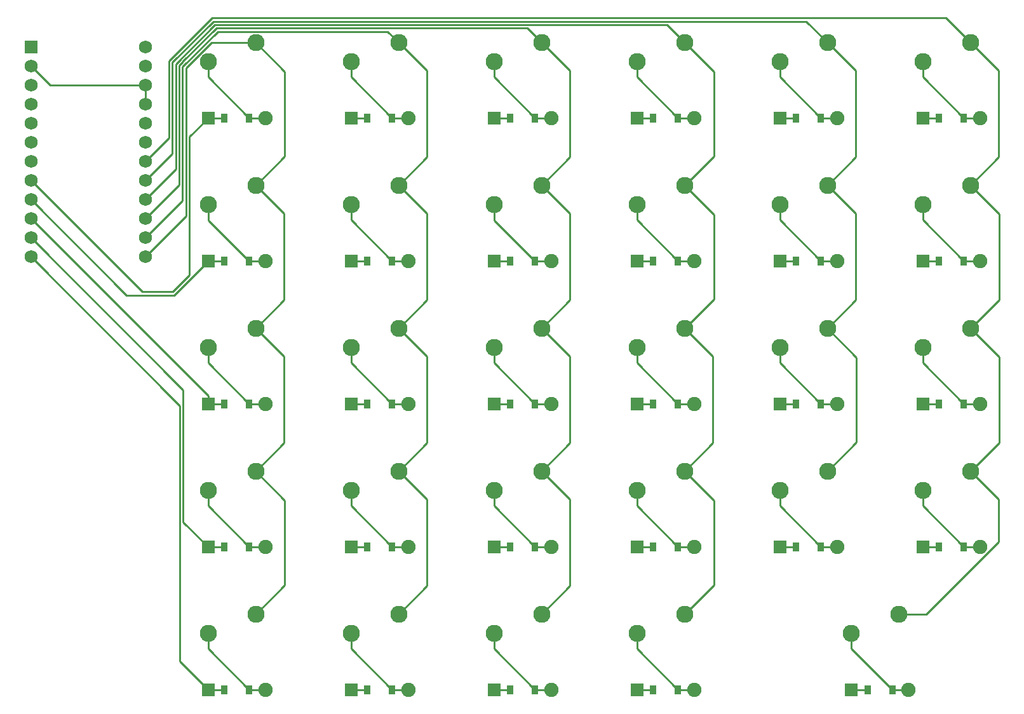
<source format=gbl>
%TF.GenerationSoftware,KiCad,Pcbnew,9.0.4*%
%TF.CreationDate,2025-09-30T19:49:13-05:00*%
%TF.ProjectId,keyboard,6b657962-6f61-4726-942e-6b696361645f,v1.0.0*%
%TF.SameCoordinates,Original*%
%TF.FileFunction,Copper,L2,Bot*%
%TF.FilePolarity,Positive*%
%FSLAX46Y46*%
G04 Gerber Fmt 4.6, Leading zero omitted, Abs format (unit mm)*
G04 Created by KiCad (PCBNEW 9.0.4) date 2025-09-30 19:49:13*
%MOMM*%
%LPD*%
G01*
G04 APERTURE LIST*
%TA.AperFunction,ComponentPad*%
%ADD10R,1.778000X1.778000*%
%TD*%
%TA.AperFunction,SMDPad,CuDef*%
%ADD11R,0.900000X1.200000*%
%TD*%
%TA.AperFunction,ComponentPad*%
%ADD12C,1.905000*%
%TD*%
%TA.AperFunction,ComponentPad*%
%ADD13C,2.286000*%
%TD*%
%TA.AperFunction,ComponentPad*%
%ADD14R,1.752600X1.752600*%
%TD*%
%TA.AperFunction,ComponentPad*%
%ADD15C,1.752600*%
%TD*%
%TA.AperFunction,Conductor*%
%ADD16C,0.250000*%
%TD*%
G04 APERTURE END LIST*
D10*
%TO.P,D29,1*%
%TO.N,P18*%
X241440000Y-78800000D03*
D11*
X243600000Y-78800000D03*
%TO.P,D29,2*%
%TO.N,inner_num*%
X246900000Y-78800000D03*
D12*
X249060000Y-78800000D03*
%TD*%
D10*
%TO.P,D26,1*%
%TO.N,P16*%
X241440000Y-135950000D03*
D11*
X243600000Y-135950000D03*
%TO.P,D26,2*%
%TO.N,inner_bottom*%
X246900000Y-135950000D03*
D12*
X249060000Y-135950000D03*
%TD*%
D13*
%TO.P,S3,1*%
%TO.N,P9*%
X152540000Y-106820000D03*
%TO.P,S3,2*%
%TO.N,outer_home*%
X146190000Y-109360000D03*
%TD*%
%TO.P,S25,1*%
%TO.N,P4*%
X238265000Y-144920000D03*
%TO.P,S25,2*%
%TO.N,inner_mod*%
X231915000Y-147460000D03*
%TD*%
%TO.P,S4,1*%
%TO.N,P9*%
X152540000Y-87770000D03*
%TO.P,S4,2*%
%TO.N,outer_top*%
X146190000Y-90310000D03*
%TD*%
%TO.P,S20,1*%
%TO.N,P6*%
X209690000Y-68720000D03*
%TO.P,S20,2*%
%TO.N,middle_num*%
X203340000Y-71260000D03*
%TD*%
%TO.P,S16,1*%
%TO.N,P6*%
X209690000Y-144920000D03*
%TO.P,S16,2*%
%TO.N,middle_mod*%
X203340000Y-147460000D03*
%TD*%
D10*
%TO.P,D16,1*%
%TO.N,P10*%
X203340000Y-155000000D03*
D11*
X205500000Y-155000000D03*
%TO.P,D16,2*%
%TO.N,middle_mod*%
X208800000Y-155000000D03*
D12*
X210960000Y-155000000D03*
%TD*%
D13*
%TO.P,S22,1*%
%TO.N,P5*%
X228740000Y-106820000D03*
%TO.P,S22,2*%
%TO.N,index_home*%
X222390000Y-109360000D03*
%TD*%
D10*
%TO.P,D11,1*%
%TO.N,P10*%
X184290000Y-155000000D03*
D11*
X186450000Y-155000000D03*
%TO.P,D11,2*%
%TO.N,ring_mod*%
X189750000Y-155000000D03*
D12*
X191910000Y-155000000D03*
%TD*%
D10*
%TO.P,D2,1*%
%TO.N,P16*%
X146190000Y-135950000D03*
D11*
X148350000Y-135950000D03*
%TO.P,D2,2*%
%TO.N,outer_bottom*%
X151650000Y-135950000D03*
D12*
X153810000Y-135950000D03*
%TD*%
D10*
%TO.P,D7,1*%
%TO.N,P16*%
X165240000Y-135950000D03*
D11*
X167400000Y-135950000D03*
%TO.P,D7,2*%
%TO.N,pinky_bottom*%
X170700000Y-135950000D03*
D12*
X172860000Y-135950000D03*
%TD*%
D13*
%TO.P,S24,1*%
%TO.N,P5*%
X228740000Y-68720000D03*
%TO.P,S24,2*%
%TO.N,index_num*%
X222390000Y-71260000D03*
%TD*%
%TO.P,S18,1*%
%TO.N,P6*%
X209690000Y-106820000D03*
%TO.P,S18,2*%
%TO.N,middle_home*%
X203340000Y-109360000D03*
%TD*%
D10*
%TO.P,D18,1*%
%TO.N,P14*%
X203340000Y-116900000D03*
D11*
X205500000Y-116900000D03*
%TO.P,D18,2*%
%TO.N,middle_home*%
X208800000Y-116900000D03*
D12*
X210960000Y-116900000D03*
%TD*%
D13*
%TO.P,S10,1*%
%TO.N,P8*%
X171590000Y-68720000D03*
%TO.P,S10,2*%
%TO.N,pinky_num*%
X165240000Y-71260000D03*
%TD*%
%TO.P,S7,1*%
%TO.N,P8*%
X171590000Y-125870000D03*
%TO.P,S7,2*%
%TO.N,pinky_bottom*%
X165240000Y-128410000D03*
%TD*%
D10*
%TO.P,D21,1*%
%TO.N,P16*%
X222390000Y-135950000D03*
D11*
X224550000Y-135950000D03*
%TO.P,D21,2*%
%TO.N,index_bottom*%
X227850000Y-135950000D03*
D12*
X230010000Y-135950000D03*
%TD*%
D10*
%TO.P,D5,1*%
%TO.N,P18*%
X146190000Y-78800000D03*
D11*
X148350000Y-78800000D03*
%TO.P,D5,2*%
%TO.N,outer_num*%
X151650000Y-78800000D03*
D12*
X153810000Y-78800000D03*
%TD*%
D10*
%TO.P,D10,1*%
%TO.N,P18*%
X165240000Y-78800000D03*
D11*
X167400000Y-78800000D03*
%TO.P,D10,2*%
%TO.N,pinky_num*%
X170700000Y-78800000D03*
D12*
X172860000Y-78800000D03*
%TD*%
D13*
%TO.P,S2,1*%
%TO.N,P9*%
X152540000Y-125870000D03*
%TO.P,S2,2*%
%TO.N,outer_bottom*%
X146190000Y-128410000D03*
%TD*%
D10*
%TO.P,D27,1*%
%TO.N,P14*%
X241440000Y-116900000D03*
D11*
X243600000Y-116900000D03*
%TO.P,D27,2*%
%TO.N,inner_home*%
X246900000Y-116900000D03*
D12*
X249060000Y-116900000D03*
%TD*%
D13*
%TO.P,S13,1*%
%TO.N,P7*%
X190640000Y-106820000D03*
%TO.P,S13,2*%
%TO.N,ring_home*%
X184290000Y-109360000D03*
%TD*%
%TO.P,S17,1*%
%TO.N,P6*%
X209690000Y-125870000D03*
%TO.P,S17,2*%
%TO.N,middle_bottom*%
X203340000Y-128410000D03*
%TD*%
D10*
%TO.P,D13,1*%
%TO.N,P14*%
X184290000Y-116900000D03*
D11*
X186450000Y-116900000D03*
%TO.P,D13,2*%
%TO.N,ring_home*%
X189750000Y-116900000D03*
D12*
X191910000Y-116900000D03*
%TD*%
D13*
%TO.P,S1,1*%
%TO.N,P9*%
X152540000Y-144920000D03*
%TO.P,S1,2*%
%TO.N,outer_mod*%
X146190000Y-147460000D03*
%TD*%
%TO.P,S5,1*%
%TO.N,P9*%
X152540000Y-68720000D03*
%TO.P,S5,2*%
%TO.N,outer_num*%
X146190000Y-71260000D03*
%TD*%
%TO.P,S27,1*%
%TO.N,P4*%
X247790000Y-106820000D03*
%TO.P,S27,2*%
%TO.N,inner_home*%
X241440000Y-109360000D03*
%TD*%
D10*
%TO.P,D17,1*%
%TO.N,P16*%
X203340000Y-135950000D03*
D11*
X205500000Y-135950000D03*
%TO.P,D17,2*%
%TO.N,middle_bottom*%
X208800000Y-135950000D03*
D12*
X210960000Y-135950000D03*
%TD*%
D13*
%TO.P,S23,1*%
%TO.N,P5*%
X228740000Y-87770000D03*
%TO.P,S23,2*%
%TO.N,index_top*%
X222390000Y-90310000D03*
%TD*%
%TO.P,S28,1*%
%TO.N,P4*%
X247790000Y-87770000D03*
%TO.P,S28,2*%
%TO.N,inner_top*%
X241440000Y-90310000D03*
%TD*%
%TO.P,S9,1*%
%TO.N,P8*%
X171590000Y-87770000D03*
%TO.P,S9,2*%
%TO.N,pinky_top*%
X165240000Y-90310000D03*
%TD*%
%TO.P,S8,1*%
%TO.N,P8*%
X171590000Y-106820000D03*
%TO.P,S8,2*%
%TO.N,pinky_home*%
X165240000Y-109360000D03*
%TD*%
D10*
%TO.P,D20,1*%
%TO.N,P18*%
X203340000Y-78800000D03*
D11*
X205500000Y-78800000D03*
%TO.P,D20,2*%
%TO.N,middle_num*%
X208800000Y-78800000D03*
D12*
X210960000Y-78800000D03*
%TD*%
D13*
%TO.P,S29,1*%
%TO.N,P4*%
X247790000Y-68720000D03*
%TO.P,S29,2*%
%TO.N,inner_num*%
X241440000Y-71260000D03*
%TD*%
D10*
%TO.P,D6,1*%
%TO.N,P10*%
X165240000Y-155000000D03*
D11*
X167400000Y-155000000D03*
%TO.P,D6,2*%
%TO.N,pinky_mod*%
X170700000Y-155000000D03*
D12*
X172860000Y-155000000D03*
%TD*%
D14*
%TO.P,MCU1,1*%
%TO.N,RAW*%
X122580000Y-69355000D03*
D15*
%TO.P,MCU1,2*%
%TO.N,GND*%
X122580000Y-71895000D03*
%TO.P,MCU1,3*%
%TO.N,RST*%
X122580000Y-74435000D03*
%TO.P,MCU1,4*%
%TO.N,VCC*%
X122580000Y-76975000D03*
%TO.P,MCU1,5*%
%TO.N,P21*%
X122580000Y-79515000D03*
%TO.P,MCU1,6*%
%TO.N,P20*%
X122580000Y-82055000D03*
%TO.P,MCU1,7*%
%TO.N,P19*%
X122580000Y-84595000D03*
%TO.P,MCU1,8*%
%TO.N,P18*%
X122580000Y-87135000D03*
%TO.P,MCU1,9*%
%TO.N,P15*%
X122580000Y-89675000D03*
%TO.P,MCU1,10*%
%TO.N,P14*%
X122580000Y-92215000D03*
%TO.P,MCU1,11*%
%TO.N,P16*%
X122580000Y-94755000D03*
%TO.P,MCU1,12*%
%TO.N,P10*%
X122580000Y-97295000D03*
%TO.P,MCU1,13*%
%TO.N,P1*%
X137820000Y-69355000D03*
%TO.P,MCU1,14*%
%TO.N,P0*%
X137820000Y-71895000D03*
%TO.P,MCU1,15*%
%TO.N,GND*%
X137820000Y-74435000D03*
%TO.P,MCU1,16*%
X137820000Y-76975000D03*
%TO.P,MCU1,17*%
%TO.N,P2*%
X137820000Y-79515000D03*
%TO.P,MCU1,18*%
%TO.N,P3*%
X137820000Y-82055000D03*
%TO.P,MCU1,19*%
%TO.N,P4*%
X137820000Y-84595000D03*
%TO.P,MCU1,20*%
%TO.N,P5*%
X137820000Y-87135000D03*
%TO.P,MCU1,21*%
%TO.N,P6*%
X137820000Y-89675000D03*
%TO.P,MCU1,22*%
%TO.N,P7*%
X137820000Y-92215000D03*
%TO.P,MCU1,23*%
%TO.N,P8*%
X137820000Y-94755000D03*
%TO.P,MCU1,24*%
%TO.N,P9*%
X137820000Y-97295000D03*
%TD*%
D13*
%TO.P,S11,1*%
%TO.N,P7*%
X190640000Y-144920000D03*
%TO.P,S11,2*%
%TO.N,ring_mod*%
X184290000Y-147460000D03*
%TD*%
D10*
%TO.P,D4,1*%
%TO.N,P15*%
X146190000Y-97850000D03*
D11*
X148350000Y-97850000D03*
%TO.P,D4,2*%
%TO.N,outer_top*%
X151650000Y-97850000D03*
D12*
X153810000Y-97850000D03*
%TD*%
D10*
%TO.P,D14,1*%
%TO.N,P15*%
X184290000Y-97850000D03*
D11*
X186450000Y-97850000D03*
%TO.P,D14,2*%
%TO.N,ring_top*%
X189750000Y-97850000D03*
D12*
X191910000Y-97850000D03*
%TD*%
D10*
%TO.P,D28,1*%
%TO.N,P15*%
X241440000Y-97850000D03*
D11*
X243600000Y-97850000D03*
%TO.P,D28,2*%
%TO.N,inner_top*%
X246900000Y-97850000D03*
D12*
X249060000Y-97850000D03*
%TD*%
D10*
%TO.P,D19,1*%
%TO.N,P15*%
X203340000Y-97850000D03*
D11*
X205500000Y-97850000D03*
%TO.P,D19,2*%
%TO.N,middle_top*%
X208800000Y-97850000D03*
D12*
X210960000Y-97850000D03*
%TD*%
D10*
%TO.P,D12,1*%
%TO.N,P16*%
X184290000Y-135950000D03*
D11*
X186450000Y-135950000D03*
%TO.P,D12,2*%
%TO.N,ring_bottom*%
X189750000Y-135950000D03*
D12*
X191910000Y-135950000D03*
%TD*%
D10*
%TO.P,D9,1*%
%TO.N,P15*%
X165240000Y-97850000D03*
D11*
X167400000Y-97850000D03*
%TO.P,D9,2*%
%TO.N,pinky_top*%
X170700000Y-97850000D03*
D12*
X172860000Y-97850000D03*
%TD*%
D10*
%TO.P,D3,1*%
%TO.N,P14*%
X146190000Y-116900000D03*
D11*
X148350000Y-116900000D03*
%TO.P,D3,2*%
%TO.N,outer_home*%
X151650000Y-116900000D03*
D12*
X153810000Y-116900000D03*
%TD*%
D13*
%TO.P,S6,1*%
%TO.N,P8*%
X171590000Y-144920000D03*
%TO.P,S6,2*%
%TO.N,pinky_mod*%
X165240000Y-147460000D03*
%TD*%
%TO.P,S12,1*%
%TO.N,P7*%
X190640000Y-125870000D03*
%TO.P,S12,2*%
%TO.N,ring_bottom*%
X184290000Y-128410000D03*
%TD*%
D10*
%TO.P,D22,1*%
%TO.N,P14*%
X222390000Y-116900000D03*
D11*
X224550000Y-116900000D03*
%TO.P,D22,2*%
%TO.N,index_home*%
X227850000Y-116900000D03*
D12*
X230010000Y-116900000D03*
%TD*%
D10*
%TO.P,D8,1*%
%TO.N,P14*%
X165240000Y-116900000D03*
D11*
X167400000Y-116900000D03*
%TO.P,D8,2*%
%TO.N,pinky_home*%
X170700000Y-116900000D03*
D12*
X172860000Y-116900000D03*
%TD*%
D10*
%TO.P,D23,1*%
%TO.N,P15*%
X222390000Y-97850000D03*
D11*
X224550000Y-97850000D03*
%TO.P,D23,2*%
%TO.N,index_top*%
X227850000Y-97850000D03*
D12*
X230010000Y-97850000D03*
%TD*%
D13*
%TO.P,S15,1*%
%TO.N,P7*%
X190640000Y-68720000D03*
%TO.P,S15,2*%
%TO.N,ring_num*%
X184290000Y-71260000D03*
%TD*%
%TO.P,S14,1*%
%TO.N,P7*%
X190640000Y-87770000D03*
%TO.P,S14,2*%
%TO.N,ring_top*%
X184290000Y-90310000D03*
%TD*%
%TO.P,S21,1*%
%TO.N,P5*%
X228740000Y-125870000D03*
%TO.P,S21,2*%
%TO.N,index_bottom*%
X222390000Y-128410000D03*
%TD*%
D10*
%TO.P,D15,1*%
%TO.N,P18*%
X184290000Y-78800000D03*
D11*
X186450000Y-78800000D03*
%TO.P,D15,2*%
%TO.N,ring_num*%
X189750000Y-78800000D03*
D12*
X191910000Y-78800000D03*
%TD*%
D10*
%TO.P,D1,1*%
%TO.N,P10*%
X146190000Y-155000000D03*
D11*
X148350000Y-155000000D03*
%TO.P,D1,2*%
%TO.N,outer_mod*%
X151650000Y-155000000D03*
D12*
X153810000Y-155000000D03*
%TD*%
D13*
%TO.P,S26,1*%
%TO.N,P4*%
X247790000Y-125870000D03*
%TO.P,S26,2*%
%TO.N,inner_bottom*%
X241440000Y-128410000D03*
%TD*%
D10*
%TO.P,D24,1*%
%TO.N,P18*%
X222390000Y-78800000D03*
D11*
X224550000Y-78800000D03*
%TO.P,D24,2*%
%TO.N,index_num*%
X227850000Y-78800000D03*
D12*
X230010000Y-78800000D03*
%TD*%
D13*
%TO.P,S19,1*%
%TO.N,P6*%
X209690000Y-87770000D03*
%TO.P,S19,2*%
%TO.N,middle_top*%
X203340000Y-90310000D03*
%TD*%
D10*
%TO.P,D25,1*%
%TO.N,P10*%
X231915000Y-155000000D03*
D11*
X234075000Y-155000000D03*
%TO.P,D25,2*%
%TO.N,inner_mod*%
X237375000Y-155000000D03*
D12*
X239535000Y-155000000D03*
%TD*%
D16*
%TO.N,P9*%
X156400000Y-72580000D02*
X156400000Y-83910000D01*
X143242100Y-72130420D02*
X143242100Y-91872900D01*
X143242100Y-91872900D02*
X137820000Y-97295000D01*
X156400000Y-83910000D02*
X152540000Y-87770000D01*
X156306900Y-91536900D02*
X156306900Y-103053100D01*
X152540000Y-106820000D02*
X156306900Y-110586900D01*
X152540000Y-68720000D02*
X156400000Y-72580000D01*
X146652520Y-68720000D02*
X143242100Y-72130420D01*
X152540000Y-68720000D02*
X146652520Y-68720000D01*
X156306900Y-110586900D02*
X156306900Y-122103100D01*
X152540000Y-87770000D02*
X156306900Y-91536900D01*
X156306900Y-103053100D02*
X152540000Y-106820000D01*
X156306900Y-122103100D02*
X152540000Y-125870000D01*
X156400000Y-141060000D02*
X156400000Y-129730000D01*
X152540000Y-144920000D02*
X156400000Y-141060000D01*
X156400000Y-129730000D02*
X152540000Y-125870000D01*
%TO.N,outer_mod*%
X146190000Y-149540000D02*
X146190000Y-147460000D01*
X153810000Y-155000000D02*
X151650000Y-155000000D01*
X151650000Y-155000000D02*
X146190000Y-149540000D01*
%TO.N,outer_bottom*%
X153810000Y-135950000D02*
X151650000Y-135950000D01*
X151650000Y-135950000D02*
X146190000Y-130490000D01*
X146190000Y-130490000D02*
X146190000Y-128410000D01*
%TO.N,outer_home*%
X151650000Y-116900000D02*
X153810000Y-116900000D01*
X151650000Y-116900000D02*
X146190000Y-111440000D01*
X146190000Y-111440000D02*
X146190000Y-109360000D01*
%TO.N,outer_top*%
X151650000Y-97850000D02*
X151648455Y-97850000D01*
X153810000Y-97850000D02*
X151650000Y-97850000D01*
X146190000Y-92391545D02*
X146190000Y-90310000D01*
X151648455Y-97850000D02*
X146190000Y-92391545D01*
%TO.N,outer_num*%
X151650000Y-78800000D02*
X146190000Y-73340000D01*
X146190000Y-73340000D02*
X146190000Y-71260000D01*
X153810000Y-78800000D02*
X151650000Y-78800000D01*
%TO.N,P8*%
X171590000Y-68720000D02*
X170121000Y-67251000D01*
X175356900Y-84003100D02*
X175356900Y-72486900D01*
X175356900Y-91536900D02*
X171590000Y-87770000D01*
X175356900Y-72486900D02*
X171590000Y-68720000D01*
X175356900Y-122103100D02*
X175356900Y-110586900D01*
X171590000Y-144920000D02*
X175356900Y-141153100D01*
X170121000Y-67251000D02*
X147483710Y-67251000D01*
X175356900Y-103053100D02*
X175356900Y-91536900D01*
X142791100Y-71943610D02*
X142791100Y-89783900D01*
X175356900Y-129636900D02*
X171590000Y-125870000D01*
X175356900Y-141153100D02*
X175356900Y-129636900D01*
X171590000Y-125870000D02*
X175356900Y-122103100D01*
X142791100Y-89783900D02*
X137820000Y-94755000D01*
X171590000Y-106820000D02*
X175356900Y-103053100D01*
X171590000Y-87770000D02*
X175356900Y-84003100D01*
X175356900Y-110586900D02*
X171590000Y-106820000D01*
X147483710Y-67251000D02*
X142791100Y-71943610D01*
%TO.N,pinky_mod*%
X170700000Y-155000000D02*
X165240000Y-149540000D01*
X165240000Y-149540000D02*
X165240000Y-147460000D01*
X170700000Y-155000000D02*
X172860000Y-155000000D01*
%TO.N,pinky_bottom*%
X172860000Y-135950000D02*
X170700000Y-135950000D01*
X170700000Y-135950000D02*
X165240000Y-130490000D01*
X165240000Y-130490000D02*
X165240000Y-128410000D01*
%TO.N,pinky_home*%
X170700000Y-116900000D02*
X172860000Y-116900000D01*
X165240000Y-111440000D02*
X165240000Y-109360000D01*
X170700000Y-116900000D02*
X165240000Y-111440000D01*
%TO.N,pinky_top*%
X165240000Y-92390000D02*
X165240000Y-90310000D01*
X172860000Y-97850000D02*
X170700000Y-97850000D01*
X170700000Y-97850000D02*
X165240000Y-92390000D01*
%TO.N,pinky_num*%
X170700000Y-78800000D02*
X172860000Y-78800000D01*
X165240000Y-73340000D02*
X165240000Y-71260000D01*
X170700000Y-78800000D02*
X165240000Y-73340000D01*
%TO.N,P7*%
X194406900Y-122103100D02*
X194406900Y-110586900D01*
X190640000Y-125870000D02*
X194406900Y-122103100D01*
X194406900Y-141153100D02*
X194406900Y-129636900D01*
X142340100Y-71756800D02*
X142800000Y-71296900D01*
X137820000Y-92215000D02*
X142340100Y-87694900D01*
X190640000Y-106820000D02*
X194406900Y-103053100D01*
X190640000Y-68720000D02*
X188720000Y-66800000D01*
X194406900Y-129636900D02*
X190640000Y-125870000D01*
X190640000Y-144920000D02*
X194406900Y-141153100D01*
X142340100Y-87694900D02*
X142340100Y-71756800D01*
X194406900Y-91536900D02*
X190640000Y-87770000D01*
X188720000Y-66800000D02*
X147296900Y-66800000D01*
X194406900Y-110586900D02*
X190640000Y-106820000D01*
X194406900Y-84003100D02*
X194406900Y-72486900D01*
X147296900Y-66800000D02*
X142791100Y-71305800D01*
X194406900Y-72486900D02*
X190640000Y-68720000D01*
X194406900Y-103053100D02*
X194406900Y-91536900D01*
X190640000Y-87770000D02*
X194406900Y-84003100D01*
%TO.N,ring_mod*%
X189750000Y-155000000D02*
X184290000Y-149540000D01*
X184290000Y-149540000D02*
X184290000Y-147460000D01*
X189750000Y-155000000D02*
X191910000Y-155000000D01*
%TO.N,ring_bottom*%
X184290000Y-130490000D02*
X184290000Y-128410000D01*
X191910000Y-135950000D02*
X189750000Y-135950000D01*
X189750000Y-135950000D02*
X184290000Y-130490000D01*
%TO.N,ring_home*%
X189750000Y-116900000D02*
X184290000Y-111440000D01*
X184290000Y-111440000D02*
X184290000Y-109360000D01*
X189750000Y-116900000D02*
X191910000Y-116900000D01*
%TO.N,ring_top*%
X189750000Y-97850000D02*
X189748455Y-97850000D01*
X191910000Y-97850000D02*
X189750000Y-97850000D01*
X189748455Y-97850000D02*
X184290000Y-92391545D01*
X184290000Y-92391545D02*
X184290000Y-90310000D01*
%TO.N,ring_num*%
X189750000Y-78800000D02*
X184290000Y-73340000D01*
X184290000Y-73340000D02*
X184290000Y-71260000D01*
X189750000Y-78800000D02*
X191910000Y-78800000D01*
%TO.N,P6*%
X209690000Y-68720000D02*
X213600000Y-72630000D01*
X213600000Y-91680000D02*
X213600000Y-102910000D01*
X147110090Y-66349000D02*
X207319000Y-66349000D01*
X209690000Y-125870000D02*
X213600000Y-129780000D01*
X213600000Y-83860000D02*
X209690000Y-87770000D01*
X213456900Y-110586900D02*
X213456900Y-122103100D01*
X207319000Y-66349000D02*
X209690000Y-68720000D01*
X141889100Y-85605900D02*
X141889100Y-71569990D01*
X213600000Y-129780000D02*
X213600000Y-141010000D01*
X213600000Y-72630000D02*
X213600000Y-83860000D01*
X209690000Y-87770000D02*
X213600000Y-91680000D01*
X137820000Y-89675000D02*
X141889100Y-85605900D01*
X141889100Y-71569990D02*
X147110090Y-66349000D01*
X213600000Y-102910000D02*
X209690000Y-106820000D01*
X213600000Y-141010000D02*
X209690000Y-144920000D01*
X213456900Y-122103100D02*
X209690000Y-125870000D01*
X209690000Y-106820000D02*
X213456900Y-110586900D01*
%TO.N,middle_mod*%
X203340000Y-149540000D02*
X203340000Y-147460000D01*
X208800000Y-155000000D02*
X203340000Y-149540000D01*
X208800000Y-155000000D02*
X210960000Y-155000000D01*
%TO.N,middle_bottom*%
X210960000Y-135950000D02*
X208800000Y-135950000D01*
X208800000Y-135950000D02*
X203340000Y-130490000D01*
X203340000Y-130490000D02*
X203340000Y-128410000D01*
%TO.N,middle_home*%
X203340000Y-111440000D02*
X203340000Y-109360000D01*
X208800000Y-116900000D02*
X203340000Y-111440000D01*
X208800000Y-116900000D02*
X210960000Y-116900000D01*
%TO.N,middle_top*%
X210960000Y-97850000D02*
X208800000Y-97850000D01*
X208800000Y-97850000D02*
X203340000Y-92390000D01*
X203340000Y-92390000D02*
X203340000Y-90310000D01*
%TO.N,middle_num*%
X203340000Y-73340000D02*
X203340000Y-71260000D01*
X208800000Y-78800000D02*
X203340000Y-73340000D01*
X208800000Y-78800000D02*
X210960000Y-78800000D01*
%TO.N,P5*%
X228740000Y-125870000D02*
X232600000Y-122010000D01*
X232600000Y-110680000D02*
X228740000Y-106820000D01*
X228740000Y-106820000D02*
X232506900Y-103053100D01*
X232506900Y-84003100D02*
X232506900Y-72486900D01*
X225918000Y-65898000D02*
X228740000Y-68720000D01*
X232600000Y-122010000D02*
X232600000Y-110680000D01*
X141438100Y-83516900D02*
X141438100Y-71361900D01*
X232506900Y-72486900D02*
X228740000Y-68720000D01*
X232506900Y-91536900D02*
X228740000Y-87770000D01*
X228740000Y-87770000D02*
X232506900Y-84003100D01*
X141438100Y-71361900D02*
X146902000Y-65898000D01*
X232506900Y-103053100D02*
X232506900Y-91536900D01*
X146902000Y-65898000D02*
X225918000Y-65898000D01*
X137820000Y-87135000D02*
X141438100Y-83516900D01*
%TO.N,index_bottom*%
X227850000Y-135950000D02*
X222390000Y-130490000D01*
X230010000Y-135950000D02*
X227850000Y-135950000D01*
X222390000Y-130490000D02*
X222390000Y-128410000D01*
%TO.N,index_home*%
X227850000Y-116900000D02*
X222390000Y-111440000D01*
X222390000Y-111440000D02*
X222390000Y-109360000D01*
X227850000Y-116900000D02*
X230010000Y-116900000D01*
%TO.N,index_top*%
X222390000Y-92390000D02*
X222390000Y-90310000D01*
X227850000Y-97850000D02*
X222390000Y-92390000D01*
X230010000Y-97850000D02*
X227850000Y-97850000D01*
%TO.N,index_num*%
X222390000Y-73340000D02*
X222390000Y-71260000D01*
X227850000Y-78800000D02*
X230010000Y-78800000D01*
X227850000Y-78800000D02*
X222390000Y-73340000D01*
%TO.N,P4*%
X251600000Y-122060000D02*
X251600000Y-110630000D01*
X247790000Y-68720000D02*
X244517000Y-65447000D01*
X247790000Y-125870000D02*
X251600000Y-122060000D01*
X247790000Y-125870000D02*
X251556900Y-129636900D01*
X251600000Y-110630000D02*
X247790000Y-106820000D01*
X247790000Y-106820000D02*
X251600000Y-103010000D01*
X251600000Y-103010000D02*
X251600000Y-91580000D01*
X146715190Y-65447000D02*
X141438100Y-70724090D01*
X140987100Y-71175090D02*
X142381095Y-69781095D01*
X251556900Y-129636900D02*
X251556900Y-135261173D01*
X244517000Y-65447000D02*
X146715190Y-65447000D01*
X251600000Y-91580000D02*
X247790000Y-87770000D01*
X137820000Y-84595000D02*
X140987100Y-81427900D01*
X251556900Y-84003100D02*
X251556900Y-72486900D01*
X251556900Y-72486900D02*
X247790000Y-68720000D01*
X140987100Y-81427900D02*
X140987100Y-71175090D01*
X251556900Y-135261173D02*
X241898073Y-144920000D01*
X241898073Y-144920000D02*
X238265000Y-144920000D01*
X247790000Y-87770000D02*
X251556900Y-84003100D01*
%TO.N,inner_mod*%
X237375000Y-155000000D02*
X239535000Y-155000000D01*
X231915000Y-149540000D02*
X231915000Y-147460000D01*
X237375000Y-155000000D02*
X231915000Y-149540000D01*
%TO.N,inner_bottom*%
X249060000Y-135950000D02*
X246900000Y-135950000D01*
X246900000Y-135950000D02*
X241440000Y-130490000D01*
X241440000Y-130490000D02*
X241440000Y-128410000D01*
%TO.N,inner_home*%
X246900000Y-116900000D02*
X241440000Y-111440000D01*
X246900000Y-116900000D02*
X249060000Y-116900000D01*
X241440000Y-111440000D02*
X241440000Y-109360000D01*
%TO.N,inner_top*%
X241440000Y-92390000D02*
X241440000Y-90310000D01*
X246900000Y-97850000D02*
X241440000Y-92390000D01*
X246900000Y-97850000D02*
X249060000Y-97850000D01*
%TO.N,inner_num*%
X246900000Y-78800000D02*
X241440000Y-73340000D01*
X246900000Y-78800000D02*
X249060000Y-78800000D01*
X241440000Y-73340000D02*
X241440000Y-71260000D01*
%TO.N,P10*%
X203340000Y-155000000D02*
X205500000Y-155000000D01*
X148350000Y-155000000D02*
X146190000Y-155000000D01*
X146190000Y-155000000D02*
X142407452Y-151217452D01*
X142407452Y-117122452D02*
X122580000Y-97295000D01*
X184290000Y-155000000D02*
X186450000Y-155000000D01*
X165240000Y-155000000D02*
X167400000Y-155000000D01*
X142407452Y-151217452D02*
X142407452Y-117122452D01*
X231915000Y-155000000D02*
X234075000Y-155000000D01*
%TO.N,P16*%
X224550000Y-135950000D02*
X222390000Y-135950000D01*
X186450000Y-135950000D02*
X184290000Y-135950000D01*
X146190000Y-135950000D02*
X142858452Y-132618452D01*
X148350000Y-135950000D02*
X146190000Y-135950000D01*
X167400000Y-135950000D02*
X165240000Y-135950000D01*
X142858452Y-132618452D02*
X142858452Y-115033452D01*
X205500000Y-135950000D02*
X203340000Y-135950000D01*
X243600000Y-135950000D02*
X241440000Y-135950000D01*
X142858452Y-115033452D02*
X122580000Y-94755000D01*
%TO.N,P14*%
X184290000Y-116900000D02*
X186450000Y-116900000D01*
X146190000Y-116900000D02*
X146190000Y-115825000D01*
X165240000Y-116900000D02*
X167400000Y-116900000D01*
X146190000Y-116900000D02*
X148350000Y-116900000D01*
X241440000Y-116900000D02*
X243600000Y-116900000D01*
X222390000Y-116900000D02*
X224550000Y-116900000D01*
X146190000Y-115825000D02*
X122580000Y-92215000D01*
X203340000Y-116900000D02*
X205500000Y-116900000D01*
%TO.N,P15*%
X148350000Y-97850000D02*
X146190000Y-97850000D01*
X205500000Y-97850000D02*
X203340000Y-97850000D01*
X146190000Y-97850000D02*
X141640000Y-102400000D01*
X167400000Y-97850000D02*
X165240000Y-97850000D01*
X241440000Y-97850000D02*
X243600000Y-97850000D01*
X135305000Y-102400000D02*
X122580000Y-89675000D01*
X224550000Y-97850000D02*
X222390000Y-97850000D01*
X141640000Y-102400000D02*
X135305000Y-102400000D01*
X186450000Y-97850000D02*
X184290000Y-97850000D01*
%TO.N,P18*%
X148350000Y-78800000D02*
X146190000Y-78800000D01*
X165240000Y-78800000D02*
X167400000Y-78800000D01*
X137394000Y-101949000D02*
X122580000Y-87135000D01*
X143693100Y-81296900D02*
X143693100Y-99709090D01*
X146190000Y-78800000D02*
X143693100Y-81296900D01*
X143693100Y-99709090D02*
X141453190Y-101949000D01*
X241440000Y-78800000D02*
X243600000Y-78800000D01*
X141453190Y-101949000D02*
X137394000Y-101949000D01*
X184290000Y-78800000D02*
X186450000Y-78800000D01*
X203340000Y-78800000D02*
X205500000Y-78800000D01*
X222390000Y-78800000D02*
X224550000Y-78800000D01*
%TO.N,GND*%
X122580000Y-71895000D02*
X125120000Y-74435000D01*
X137820000Y-74435000D02*
X137820000Y-76975000D01*
X125120000Y-74435000D02*
X137820000Y-74435000D01*
%TD*%
M02*

</source>
